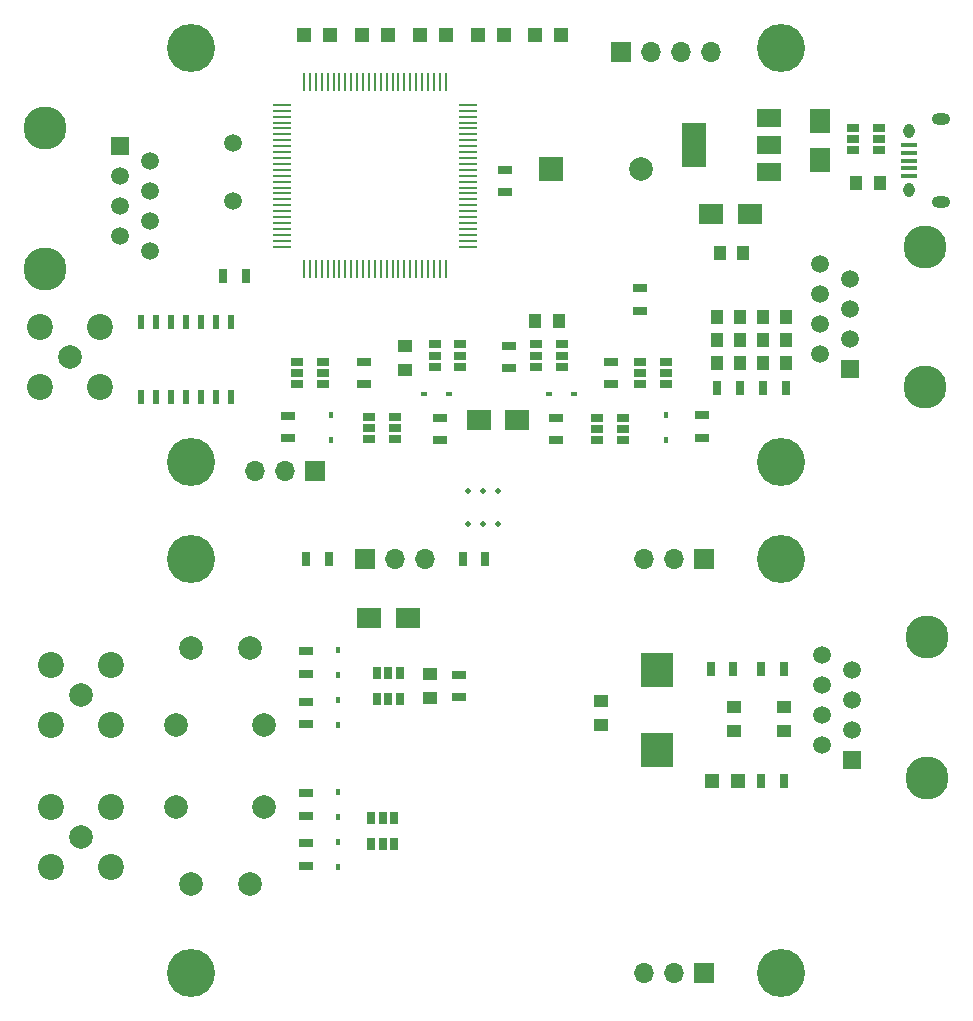
<source format=gts>
G04 #@! TF.FileFunction,Soldermask,Top*
%FSLAX46Y46*%
G04 Gerber Fmt 4.6, Leading zero omitted, Abs format (unit mm)*
G04 Created by KiCad (PCBNEW 4.0.6) date Fri Apr 28 14:46:48 2017*
%MOMM*%
%LPD*%
G01*
G04 APERTURE LIST*
%ADD10C,0.100000*%
%ADD11R,1.500000X0.280000*%
%ADD12R,0.280000X1.500000*%
%ADD13C,4.064000*%
%ADD14R,2.000000X2.000000*%
%ADD15C,2.000000*%
%ADD16R,1.000000X1.250000*%
%ADD17R,1.800000X2.150000*%
%ADD18R,1.250000X1.000000*%
%ADD19R,2.150000X1.800000*%
%ADD20R,0.450000X0.600000*%
%ADD21R,0.600000X0.450000*%
%ADD22R,1.060000X0.650000*%
%ADD23R,1.200000X1.200000*%
%ADD24C,3.650000*%
%ADD25R,1.500000X1.500000*%
%ADD26C,1.500000*%
%ADD27R,1.700000X1.700000*%
%ADD28O,1.700000X1.700000*%
%ADD29R,1.300000X0.700000*%
%ADD30R,0.700000X1.300000*%
%ADD31R,2.000000X3.800000*%
%ADD32R,2.000000X1.500000*%
%ADD33R,1.350000X0.400000*%
%ADD34O,0.950000X1.250000*%
%ADD35O,1.550000X1.000000*%
%ADD36C,2.200000*%
%ADD37R,0.508000X1.143000*%
%ADD38R,2.700000X2.950000*%
%ADD39R,0.650000X1.060000*%
%ADD40C,0.500000*%
G04 APERTURE END LIST*
D10*
D11*
X50450000Y-29525000D03*
X50450000Y-30025000D03*
X50450000Y-30525000D03*
X50450000Y-31025000D03*
X50450000Y-31525000D03*
X50450000Y-32025000D03*
X50450000Y-32525000D03*
X50450000Y-33025000D03*
X50450000Y-33525000D03*
X50450000Y-34025000D03*
X50450000Y-34525000D03*
X50450000Y-35025000D03*
X50450000Y-35525000D03*
X50450000Y-36025000D03*
X50450000Y-36525000D03*
X50450000Y-37025000D03*
X50450000Y-37525000D03*
X50450000Y-38025000D03*
X50450000Y-38525000D03*
X50450000Y-39025000D03*
X50450000Y-39525000D03*
X50450000Y-40025000D03*
X50450000Y-40525000D03*
X50450000Y-41025000D03*
X50450000Y-41525000D03*
D12*
X52350000Y-43425000D03*
X52850000Y-43425000D03*
X53350000Y-43425000D03*
X53850000Y-43425000D03*
X54350000Y-43425000D03*
X54850000Y-43425000D03*
X55350000Y-43425000D03*
X55850000Y-43425000D03*
X56350000Y-43425000D03*
X56850000Y-43425000D03*
X57350000Y-43425000D03*
X57850000Y-43425000D03*
X58350000Y-43425000D03*
X58850000Y-43425000D03*
X59350000Y-43425000D03*
X59850000Y-43425000D03*
X60350000Y-43425000D03*
X60850000Y-43425000D03*
X61350000Y-43425000D03*
X61850000Y-43425000D03*
X62350000Y-43425000D03*
X62850000Y-43425000D03*
X63350000Y-43425000D03*
X63850000Y-43425000D03*
X64350000Y-43425000D03*
D11*
X66250000Y-41525000D03*
X66250000Y-41025000D03*
X66250000Y-40525000D03*
X66250000Y-40025000D03*
X66250000Y-39525000D03*
X66250000Y-39025000D03*
X66250000Y-38525000D03*
X66250000Y-38025000D03*
X66250000Y-37525000D03*
X66250000Y-37025000D03*
X66250000Y-36525000D03*
X66250000Y-36025000D03*
X66250000Y-35525000D03*
X66250000Y-35025000D03*
X66250000Y-34525000D03*
X66250000Y-34025000D03*
X66250000Y-33525000D03*
X66250000Y-33025000D03*
X66250000Y-32525000D03*
X66250000Y-32025000D03*
X66250000Y-31525000D03*
X66250000Y-31025000D03*
X66250000Y-30525000D03*
X66250000Y-30025000D03*
X66250000Y-29525000D03*
D12*
X64350000Y-27625000D03*
X63850000Y-27625000D03*
X63350000Y-27625000D03*
X62850000Y-27625000D03*
X62350000Y-27625000D03*
X61850000Y-27625000D03*
X61350000Y-27625000D03*
X60850000Y-27625000D03*
X60350000Y-27625000D03*
X59850000Y-27625000D03*
X59350000Y-27625000D03*
X58850000Y-27625000D03*
X58350000Y-27625000D03*
X57850000Y-27625000D03*
X57350000Y-27625000D03*
X56850000Y-27625000D03*
X56350000Y-27625000D03*
X55850000Y-27625000D03*
X55350000Y-27625000D03*
X54850000Y-27625000D03*
X54350000Y-27625000D03*
X53850000Y-27625000D03*
X53350000Y-27625000D03*
X52850000Y-27625000D03*
X52350000Y-27625000D03*
D13*
X92750000Y-59750000D03*
X42750000Y-59750000D03*
X92750000Y-24750000D03*
D14*
X73250000Y-34950000D03*
D15*
X80850000Y-34950000D03*
D16*
X101100000Y-36150000D03*
X99100000Y-36150000D03*
D17*
X96050000Y-34175000D03*
X96050000Y-30925000D03*
D16*
X87550000Y-42050000D03*
X89550000Y-42050000D03*
X71950000Y-47850000D03*
X73950000Y-47850000D03*
D18*
X60875000Y-49950000D03*
X60875000Y-51950000D03*
D19*
X67175000Y-56175000D03*
X70425000Y-56175000D03*
X86825000Y-38750000D03*
X90075000Y-38750000D03*
D20*
X83000000Y-55800000D03*
X83000000Y-57900000D03*
X54600000Y-55800000D03*
X54600000Y-57900000D03*
D21*
X73075000Y-54000000D03*
X75175000Y-54000000D03*
D22*
X101000000Y-33350000D03*
X101000000Y-32400000D03*
X101000000Y-31450000D03*
X98800000Y-31450000D03*
X98800000Y-33350000D03*
X98800000Y-32400000D03*
D21*
X64625000Y-54000000D03*
X62525000Y-54000000D03*
D23*
X57250000Y-23650000D03*
X59450000Y-23650000D03*
X62150000Y-23650000D03*
X64350000Y-23650000D03*
X67050000Y-23650000D03*
X69250000Y-23650000D03*
X71950000Y-23650000D03*
X74150000Y-23650000D03*
X52350000Y-23650000D03*
X54550000Y-23650000D03*
D24*
X30400000Y-43380000D03*
X30400000Y-31510000D03*
D25*
X36750000Y-33000000D03*
D26*
X39290000Y-34270000D03*
X36750000Y-35540000D03*
X39290000Y-36810000D03*
X36750000Y-38080000D03*
X39290000Y-39350000D03*
X36750000Y-40620000D03*
X39290000Y-41890000D03*
D27*
X79150000Y-25050000D03*
D28*
X81690000Y-25050000D03*
X84230000Y-25050000D03*
X86770000Y-25050000D03*
D29*
X80800000Y-46950000D03*
X80800000Y-45050000D03*
X73650000Y-56000000D03*
X73650000Y-57900000D03*
X63850000Y-56000000D03*
X63850000Y-57900000D03*
X86050000Y-55800000D03*
X86050000Y-57700000D03*
X51000000Y-55825000D03*
X51000000Y-57725000D03*
X78350000Y-51300000D03*
X78350000Y-53200000D03*
X57425000Y-53200000D03*
X57425000Y-51300000D03*
X69700000Y-49925000D03*
X69700000Y-51825000D03*
D30*
X45500000Y-44050000D03*
X47400000Y-44050000D03*
D29*
X69350000Y-36900000D03*
X69350000Y-35000000D03*
D22*
X79350000Y-57900000D03*
X79350000Y-56950000D03*
X79350000Y-56000000D03*
X77150000Y-56000000D03*
X77150000Y-57900000D03*
X77150000Y-56950000D03*
X60050000Y-57850000D03*
X60050000Y-56900000D03*
X60050000Y-55950000D03*
X57850000Y-55950000D03*
X57850000Y-57850000D03*
X57850000Y-56900000D03*
D31*
X85400000Y-32950000D03*
D32*
X91700000Y-32950000D03*
X91700000Y-30650000D03*
X91700000Y-35250000D03*
D22*
X83000000Y-53200000D03*
X83000000Y-52250000D03*
X83000000Y-51300000D03*
X80800000Y-51300000D03*
X80800000Y-53200000D03*
X80800000Y-52250000D03*
X53950000Y-53200000D03*
X53950000Y-52250000D03*
X53950000Y-51300000D03*
X51750000Y-51300000D03*
X51750000Y-53200000D03*
X51750000Y-52250000D03*
X74200000Y-51700000D03*
X74200000Y-50750000D03*
X74200000Y-49800000D03*
X72000000Y-49800000D03*
X72000000Y-51700000D03*
X72000000Y-50750000D03*
X65600000Y-51700000D03*
X65600000Y-50750000D03*
X65600000Y-49800000D03*
X63400000Y-49800000D03*
X63400000Y-51700000D03*
X63400000Y-50750000D03*
D26*
X46350000Y-32775000D03*
X46350000Y-37655000D03*
D13*
X42750000Y-24750000D03*
D16*
X89300000Y-51350000D03*
X87300000Y-51350000D03*
X89300000Y-49400000D03*
X87300000Y-49400000D03*
X89300000Y-47450000D03*
X87300000Y-47450000D03*
X91200000Y-47500000D03*
X93200000Y-47500000D03*
X91200000Y-49400000D03*
X93200000Y-49400000D03*
X91200000Y-51350000D03*
X93200000Y-51350000D03*
D24*
X104900000Y-41520000D03*
X104900000Y-53390000D03*
D25*
X98550000Y-51900000D03*
D26*
X96010000Y-50630000D03*
X98550000Y-49360000D03*
X96010000Y-48090000D03*
X98550000Y-46820000D03*
X96010000Y-45550000D03*
X98550000Y-44280000D03*
X96010000Y-43010000D03*
D33*
X103600000Y-35550000D03*
X103600000Y-34900000D03*
X103600000Y-34250000D03*
X103600000Y-33600000D03*
X103600000Y-32950000D03*
D34*
X103600000Y-36750000D03*
X103600000Y-31750000D03*
D35*
X106300000Y-37750000D03*
X106300000Y-30750000D03*
D30*
X89250000Y-53500000D03*
X87350000Y-53500000D03*
X93150000Y-53500000D03*
X91250000Y-53500000D03*
D36*
X30010000Y-53390000D03*
X30010000Y-48310000D03*
X35090000Y-48310000D03*
X35090000Y-53390000D03*
D15*
X32550000Y-50850000D03*
D37*
X46160000Y-47948000D03*
X44890000Y-47948000D03*
X43620000Y-47948000D03*
X42350000Y-47948000D03*
X41080000Y-47948000D03*
X39810000Y-47948000D03*
X38540000Y-47948000D03*
X38540000Y-54298000D03*
X39810000Y-54298000D03*
X42350000Y-54298000D03*
X43620000Y-54298000D03*
X44890000Y-54298000D03*
X46160000Y-54298000D03*
X41080000Y-54298000D03*
D27*
X53250000Y-60500000D03*
D28*
X50710000Y-60500000D03*
X48170000Y-60500000D03*
D13*
X92750000Y-103000000D03*
X92750000Y-68000000D03*
X42750000Y-103000000D03*
D15*
X49000000Y-89000000D03*
X41500000Y-89000000D03*
X49000000Y-82000000D03*
X41500000Y-82000000D03*
D19*
X57875000Y-73000000D03*
X61125000Y-73000000D03*
D38*
X82250000Y-77375000D03*
X82250000Y-84125000D03*
D18*
X77500000Y-80000000D03*
X77500000Y-82000000D03*
X88750000Y-80500000D03*
X88750000Y-82500000D03*
X93000000Y-80500000D03*
X93000000Y-82500000D03*
X63000000Y-77750000D03*
X63000000Y-79750000D03*
D20*
X55250000Y-94050000D03*
X55250000Y-91950000D03*
X55250000Y-89800000D03*
X55250000Y-87700000D03*
X55250000Y-82050000D03*
X55250000Y-79950000D03*
X55250000Y-77800000D03*
X55250000Y-75700000D03*
D23*
X89100000Y-86750000D03*
X86900000Y-86750000D03*
D36*
X30960000Y-94040000D03*
X30960000Y-88960000D03*
X36040000Y-88960000D03*
X36040000Y-94040000D03*
D15*
X33500000Y-91500000D03*
D36*
X30960000Y-82040000D03*
X30960000Y-76960000D03*
X36040000Y-76960000D03*
X36040000Y-82040000D03*
D15*
X33500000Y-79500000D03*
D27*
X86250000Y-68000000D03*
D28*
X83710000Y-68000000D03*
X81170000Y-68000000D03*
D27*
X86250000Y-103000000D03*
D28*
X83710000Y-103000000D03*
X81170000Y-103000000D03*
D24*
X105100000Y-74620000D03*
X105100000Y-86490000D03*
D25*
X98750000Y-85000000D03*
D26*
X96210000Y-83730000D03*
X98750000Y-82460000D03*
X96210000Y-81190000D03*
X98750000Y-79920000D03*
X96210000Y-78650000D03*
X98750000Y-77380000D03*
X96210000Y-76110000D03*
D27*
X57500000Y-68000000D03*
D28*
X60040000Y-68000000D03*
X62580000Y-68000000D03*
D30*
X91050000Y-77250000D03*
X92950000Y-77250000D03*
D15*
X42750000Y-95500000D03*
X47750000Y-95500000D03*
X42750000Y-75500000D03*
X47750000Y-75500000D03*
D29*
X52500000Y-93950000D03*
X52500000Y-92050000D03*
X52500000Y-89700000D03*
X52500000Y-87800000D03*
X52500000Y-81950000D03*
X52500000Y-80050000D03*
X52500000Y-77700000D03*
X52500000Y-75800000D03*
D30*
X65800000Y-68000000D03*
X67700000Y-68000000D03*
D29*
X65500000Y-77800000D03*
X65500000Y-79700000D03*
D30*
X54450000Y-68000000D03*
X52550000Y-68000000D03*
X88700000Y-77250000D03*
X86800000Y-77250000D03*
X92950000Y-86750000D03*
X91050000Y-86750000D03*
D39*
X59950000Y-89900000D03*
X59000000Y-89900000D03*
X58050000Y-89900000D03*
X58050000Y-92100000D03*
X59950000Y-92100000D03*
X59000000Y-92100000D03*
X60450000Y-77650000D03*
X59500000Y-77650000D03*
X58550000Y-77650000D03*
X58550000Y-79850000D03*
X60450000Y-79850000D03*
X59500000Y-79850000D03*
D13*
X42750000Y-68000000D03*
D40*
X67500000Y-62250000D03*
X68770000Y-62250000D03*
X66230000Y-62250000D03*
X67500000Y-65000000D03*
X68770000Y-65000000D03*
X66230000Y-65000000D03*
M02*

</source>
